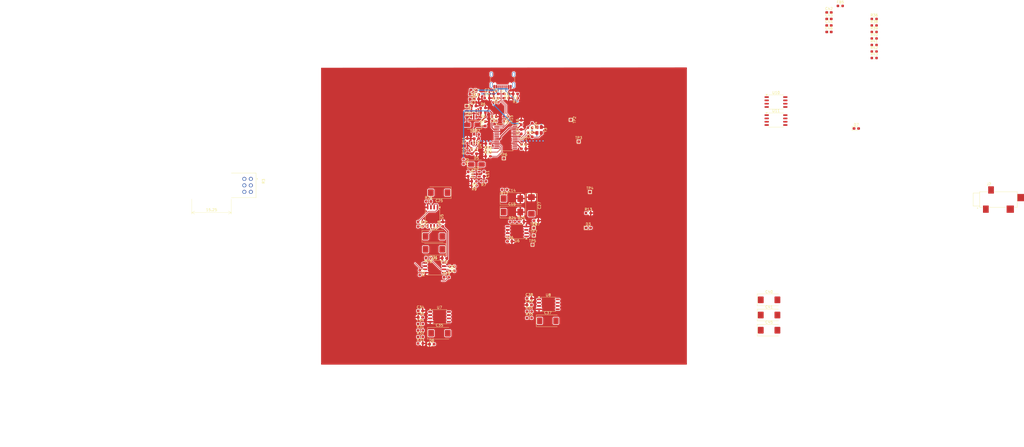
<source format=kicad_pcb>
(kicad_pcb (version 20241229) (generator "pcbnew") (generator_version "9.0")
  (layers (0 "F.Cu" signal) (4 "In1.Cu" signal) (6 "In2.Cu" signal) (2 "B.Cu" signal) (13 "F.Paste" user) (15 "B.Paste" user) (5 "F.SilkS" user "F.Silkscreen") (7 "B.SilkS" user "B.Silkscreen") (1 "F.Mask" user) (3 "B.Mask" user) (25 "Edge.Cuts" user))
  (net 0 "")
  (net 1 "Net-(D4-A)")
  (net 2 "+16V")
  (net 3 "Net-(D5-K)")
  (net 4 "+3.7V")
  (net 5 "Net-(U11A-+)")
  (net 6 "Net-(U7A-+)")
  (net 7 "Net-(C41-Pad2)")
  (net 8 "Net-(C40-Pad2)")
  (net 9 "Net-(C31-Pad2)")
  (net 10 "Net-(C30-Pad2)")
  (net 11 "GND")
  (net 12 "/VOUTL")
  (net 13 "/VOUTR")
  (net 14 "Net-(U1-VINR)")
  (net 15 "Net-(J1-CC2)")
  (net 16 "Net-(U1-XTO)")
  (net 17 "Net-(J1-CC1)")
  (net 19 "Net-(U1-VCCP2I)")
  (net 20 "Net-(U1-D+)")
  (net 21 "VDDI")
  (net 22 "Net-(U1-VCCP1I)")
  (net 23 "Net-(U1-VINL)")
  (net 25 "Net-(U1-VCCXI)")
  (net 27 "Net-(U1-VBUS)")
  (net 28 "Net-(U1-VCOM)")
  (net 29 "Net-(U1-D-)")
  (net 30 "Net-(U1-XTI)")
  (net 31 "+5V")
  (net 32 "Net-(U2-FB)")
  (net 33 "Net-(U3-EN)")
  (net 34 "Net-(U3-ADJ)")
  (net 35 "+16VA")
  (net 36 "+15V")
  (net 37 "Net-(U4-ADJ)")
  (net 39 "/D+")
  (net 40 "/D-")
  (net 41 "Net-(C7-Pad1)")
  (net 42 "Net-(U5A-+)")
  (net 43 "+15VA")
  (net 44 "Net-(U5B-+)")
  (net 45 "Net-(U9B--)")
  (net 46 "Net-(D6-A2)")
  (net 47 "Net-(U8A-+)")
  (net 48 "Net-(U8B-+)")
  (net 49 "Net-(U10B--)")
  (net 50 "Net-(D7-A2)")
  (net 51 "Net-(F1-Pad1)")
  (net 52 "Net-(C35-Pad2)")
  (net 53 "Net-(C45-Pad2)")
  (net 60 "Net-(D3-K)")
  (net 61 "VBL")
  (net 62 "VREF")
  (net 63 "Net-(U5A--)")
  (net 64 "Net-(U9A-+)")
  (net 65 "Net-(U9A--)")
  (net 66 "Net-(U9B-+)")
  (net 67 "Net-(C35-Pad1)")
  (net 68 "Net-(U7A--)")
  (net 69 "Net-(U7B-+)")
  (net 70 "Net-(U8A--)")
  (net 71 "Net-(U10A-+)")
  (net 72 "Net-(U10A--)")
  (net 73 "Net-(U10B-+)")
  (net 74 "Net-(C45-Pad1)")
  (net 75 "Net-(U11A--)")
  (net 76 "Net-(U11B--)")
  (net 79 "Net-(U5B--)")
  (net 80 "Net-(U8B--)")
  (net 81 "VBR")
  (footprint "Resistor_SMD:R_0603_1608Metric_Pad0.98x0.95mm_HandSolder" (layer "F.Cu") (at 127.381 82.677)
    (property "Reference" "R20")
    (property "Value" "1.5k")
  )
  (footprint "Capacitor_SMD:C_0603_1608Metric_Pad1.08x0.95mm_HandSolder" (layer "F.Cu") (at 114.427 125.984 90)
    (property "Reference" "C33")
    (property "Value" "30p")
  )
  (footprint "Capacitor_SMD:C_0603_1608Metric_Pad1.08x0.95mm_HandSolder" (layer "F.Cu") (at 258.6725 27.184)
    (property "Reference" "C42")
    (property "Value" "100n")
  )
  (footprint "Capacitor_SMD:C_0603_1608Metric_Pad1.08x0.95mm_HandSolder" (layer "F.Cu") (at 258.6725 32.204)
    (property "Reference" "C44")
    (property "Value" "100n")
  )
  (footprint "Resistor_SMD:R_0603_1608Metric_Pad0.98x0.95mm_HandSolder" (layer "F.Cu") (at 101.363 147.2445)
    (property "Reference" "FB4")
    (property "Value" "120R")
  )
  (footprint "Resistor_SMD:R_0603_1608Metric_Pad0.98x0.95mm_HandSolder" (layer "F.Cu") (at 119.441 80.536 90)
    (property "Reference" "R10")
    (property "Value" "240K")
  )
  (footprint "Capacitor_SMD:C_0603_1608Metric_Pad1.08x0.95mm_HandSolder" (layer "F.Cu") (at 110.617 121.92 180)
    (property "Reference" "C32")
    (property "Value" "100n")
  )
  (footprint "Capacitor_Tantalum_SMD:CP_EIA-7343-43_Kemet-X_HandSolder" (layer "F.Cu") (at 144.1125 101.6 -90)
    (property "Reference" "C27")
    (property "Value" "100u")
  )
  (footprint "Crystal:Crystal_SMD_3225-4Pin_3.2x2.5mm" (layer "F.Cu") (at 147.066 72.517 -90)
    (property "Reference" "Y3")
    (property "Value" "12 MHz Crystal")
  )
  (footprint "TestPoint:TestPoint_Pad_1.0x1.0mm" (layer "F.Cu") (at 145.0025 110.236)
    (property "Reference" "TP8")
    (property "Value" "VBR")
  )
  (footprint "Capacitor_SMD:C_0603_1608Metric_Pad1.08x0.95mm_HandSolder" (layer "F.Cu") (at 122.936 60.579)
    (property "Reference" "C8")
    (property "Value" "1u")
  )
  (footprint "Resistor_SMD:R_0603_1608Metric_Pad0.98x0.95mm_HandSolder" (layer "F.Cu") (at 140.3035 107.823)
    (property "Reference" "R25")
    (property "Value" "22K")
  )
  (footprint "Resistor_SMD:R_0603_1608Metric_Pad0.98x0.95mm_HandSolder" (layer "F.Cu") (at 276.0725 39.734)
    (property "Reference" "R41")
    (property "Value" "1")
  )
  (footprint "Capacitor_SMD:C_0603_1608Metric_Pad1.08x0.95mm_HandSolder" (layer "F.Cu") (at 127.006822 58.562)
    (property "Reference" "C2")
    (property "Value" "30p")
  )
  (footprint "Capacitor_SMD:C_0603_1608Metric_Pad1.08x0.95mm_HandSolder" (layer "F.Cu") (at 141.097 79.756)
    (property "Reference" "C20")
    (property "Value" "1u")
  )
  (footprint "Capacitor_Tantalum_SMD:CP_EIA-7343-43_Kemet-X_HandSolder" (layer "F.Cu") (at 106.553 113.5115)
    (property "Reference" "C30")
    (property "Value" "100u")
  )
  (footprint "Resistor_SMD:R_0603_1608Metric_Pad0.98x0.95mm_HandSolder" (layer "F.Cu") (at 130.4055 61.849)
    (property "Reference" "R16")
    (property "Value" "1.5K")
  )
  (footprint "Imported_footprints:SJ-3524-SMT" (layer "F.Cu") (at 320.167 99.314)
    (property "Reference" "J2")
    (property "Value" "SJ-3524-SMT")
  )
  (footprint "Package_TO_SOT_SMD:SOT-23-5" (layer "F.Cu") (at 122.047 78.74 -90)
    (property "Reference" "U4")
    (property "Value" "SPX3819M5-L")
  )
  (footprint "Resistor_SMD:R_0603_1608Metric_Pad0.98x0.95mm_HandSolder" (layer "F.Cu") (at 276.0725 37.224)
    (property "Reference" "R40")
    (property "Value" "5.1K")
  )
  (footprint "Capacitor_SMD:C_0603_1608Metric_Pad1.08x0.95mm_HandSolder" (layer "F.Cu") (at 130.556 68.199 90)
    (property "Reference" "C17")
    (property "Value" "1u")
  )
  (footprint "Package_SO:SOIC-8_5.3x5.3mm_P1.27mm" (layer "F.Cu") (at 138.557 111.633 180)
    (property "Reference" "U6")
    (property "Value" "NE5532")
  )
  (footprint "Capacitor_SMD:C_0603_1608Metric_Pad1.08x0.95mm_HandSolder" (layer "F.Cu") (at 135.7315 115.443)
    (property "Reference" "C26")
    (property "Value" "100n")
  )
  (footprint "TestPoint:TestPoint_Pad_1.0x1.0mm" (layer "F.Cu") (at 145.0025 113.157)
    (property "Reference" "TP7")
    (property "Value" "VBL")
  )
  (footprint "Capacitor_SMD:C_0603_1608Metric_Pad1.08x0.95mm_HandSolder" (layer "F.Cu") (at 145.923 107.442 180)
    (property "Reference" "C47")
    (property "Value" "100n")
  )
  (footprint "TestPoint:TestPoint_Pad_1.0x1.0mm" (layer "F.Cu") (at 162.306 76.962)
    (property "Reference" "TP3")
    (property "Value" "+3.7V")
  )
  (footprint "Capacitor_SMD:C_0603_1608Metric_Pad1.08x0.95mm_HandSolder" (layer "F.Cu") (at 137.928822 58.562 180)
    (property "Reference" "C3")
    (property "Value" "30p")
  )
  (footprint "Inductor_SMD:L_0805_2012Metric_Pad1.05x1.20mm_HandSolder" (layer "F.Cu") (at 119.253 66.294 -90)
    (property "Reference" "L1")
    (property "Value" "10u")
  )
  (footprint "Resistor_SMD:R_0603_1608Metric_Pad0.98x0.95mm_HandSolder" (layer "F.Cu") (at 128.905 68.199 -90)
    (property "Reference" "R17")
    (property "Value" "1")
  )
  (footprint "Resistor_SMD:R_0603_1608Metric_Pad0.98x0.95mm_HandSolder" (layer "F.Cu") (at 104.394 121.793 180)
    (property "Reference" "R28")
    (property "Value" "1.5K")
  )
  (footprint "LED_SMD:LED_0603_1608Metric_Pad1.05x0.95mm_HandSolder" (layer "F.Cu") (at 166.003 110.228)
    (property "Reference" "D3")
    (property "Value" "LED")
  )
  (footprint "TestPoint:TestPoint_Pad_1.0x1.0mm" (layer "F.Cu") (at 144.526 116.713)
    (property "Reference" "TP5")
    (property "Value" "VREF")
  )
  (footprint "Resistor_SMD:R_0603_1608Metric_Pad0.98x0.95mm_HandSolder" (layer "F.Cu") (at 263.0225 24.674)
    (property "Reference" "FB5")
    (property "Value" "120R")
  )
  (footprint "Capacitor_SMD:C_0603_1608Metric_Pad1.08x0.95mm_HandSolder" (layer "F.Cu") (at 140.208 73.152 90)
    (property "Reference" "C22")
    (property "Value" "1u")
  )
  (footprint "Capacitor_Tantalum_SMD:CP_EIA-7343-43_Kemet-X_HandSolder" (layer "F.Cu") (at 235.607 149.67)
    (property "Reference" "C45")
    (property "Value" "1000u")
  )
  (footprint "Resistor_SMD:R_0603_1608Metric_Pad0.98x0.95mm_HandSolder" (layer "F.Cu") (at 122.936 74.168)
    (property "Reference" "FB2")
    (property "Value" "120R")
  )
  (footprint "Capacitor_SMD:C_0603_1608Metric_Pad1.08x0.95mm_HandSolder" (layer "F.Cu") (at 141.097 77.978)
    (property "Reference" "C21")
    (property "Value" "1u")
  )
  (footprint "Resistor_SMD:R_0603_1608Metric_Pad0.98x0.95mm_HandSolder" (layer "F.Cu") (at 127.381 81.026)
    (property "Reference" "R21")
    (property "Value" "1.5k")
  )
  (footprint "Package_TO_SOT_SMD:SOT-23-5" (layer "F.Cu") (at 121.92 66.294 90)
    (property "Reference" "U2")
    (property "Value" "TPS61040DBV")
  )
  (footprint "Resistor_SMD:R_0603_1608Metric_Pad0.98x0.95mm_HandSolder" (layer "F.Cu") (at 166.0125 104.513)
    (property "Reference" "R13")
    (property "Value" "1.5K")
  )
  (footprint "Capacitor_SMD:C_0603_1608Metric_Pad1.08x0.95mm_HandSolder" (layer "F.Cu") (at 125.8515 89.474 -90)
    (property "Reference" "C11")
    (property "Value" "10u")
  )
  (footprint "Capacitor_SMD:C_0603_1608Metric_Pad1.08x0.95mm_HandSolder" (layer "F.Cu") (at 140.208 69.596 90)
    (property "Reference" "C16")
    (property "Value" "1u")
  )
  (footprint "Capacitor_SMD:C_0603_1608Metric_Pad1.08x0.95mm_HandSolder" (layer "F.Cu") (at 143.273 139.94)
    (property "Reference" "C39")
    (property "Value" "2.2n")
  )
  (footprint "Resistor_SMD:R_0603_1608Metric_Pad0.98x0.95mm_HandSolder" (layer "F.Cu") (at 125.7245 92.268 180)
    (property "Reference" "R7")
    (property "Value" "22K")
  )
  (footprint "Resistor_SMD:R_0603_1608Metric_Pad0.98x0.95mm_HandSolder" (layer "F.Cu") (at 101.363 152.2645)
    (property "Reference" "R32")
    (property "Value" "1")
  )
  (footprint "Resistor_SMD:R_0603_1608Metric_Pad0.98x0.95mm_HandSolder" (layer "F.Cu") (at 276.0725 42.244)
    (property "Reference" "R42")
    (property "Value" "1")
  )
  (footprint "Diode_SMD:D_0603_1608Metric_Pad1.05x0.95mm_HandSolder" (layer "F.Cu") (at 134.499822 58.562 180)
    (property "Reference" "D2")
    (property "Value" "0603ESDA-18N")
  )
  (footprint "Package_SO:SOIC-8_5.3x5.3mm_P1.27mm" (layer "F.Cu") (at 150.623 139.705)
    (property "Reference" "U8")
    (property "Value" "NE5532")
  )
  (footprint "Package_SO:SOIC-8_5.3x5.3mm_P1.27mm" (layer "F.Cu") (at 106.045 105.8915 -90)
    (property "Reference" "U5")
    (property "Value" "NE5532")
  )
  (footprint "Resistor_SMD:R_0603_1608Metric_Pad0.98x0.95mm_HandSolder" (layer "F.Cu") (at 119.441 76.7025 90)
    (property "Reference" "R11")
    (property "Value" "22K")
  )
  (footprint "Resistor_SMD:R_0603_1608Metric_Pad0.98x0.95mm_HandSolder" (layer "F.Cu") (at 100.457 108.8125 -90)
    (property "Reference" "R26")
    (property "Value" "1.5K")
  )
  (footprint "Diode_SMD:D_0603_1608Metric_Pad1.05x0.95mm_HandSolder" (layer "F.Cu") (at 105.758 155.0645)
    (property "Reference" "D6")
    (property "Value" "D_TVS")
  )
  (footprint "Resistor_SMD:R_0603_1608Metric_Pad0.98x0.95mm_HandSolder" (layer "F.Cu") (at 104.521 100.0495)
    (property "Reference" "R23")
    (property "Value" "22K")
  )
  (footprint "Capacitor_SMD:C_0603_1608Metric_Pad1.08x0.95mm_HandSolder" (layer "F.Cu") (at 127.381 77.724 180)
    (property "Reference" "C18")
    (property "Value" "1u")
  )
  (footprint "Resistor_SMD:R_0603_1608Metric_Pad0.98x0.95mm_HandSolder" (layer "F.Cu") (at 137.928822 60.213 180)
    (property "Reference" "R1")
    (property "Value" "5.1K")
  )
  (footprint "Capacitor_Tantalum_SMD:CP_EIA-7343-43_Kemet-X_HandSolder" (layer "F.Cu") (at 108.585 96.647 180)
    (property "Reference" "C25")
    (property "Value" "100u")
  )
  (footprint "Capacitor_SMD:C_0603_1608Metric_Pad1.08x0.95mm_HandSolder" (layer "F.Cu") (at 126.365 70.104 90)
    (property "Reference" "C9")
    (property "Value" "10u")
  )
  (footprint "Resistor_SMD:R_0603_1608Metric_Pad0.98x0.95mm_HandSolder" (layer "F.Cu") (at 135.001 68.199 -90)
    (property "Reference" "R15")
    (property "Value" "22")
  )
  (footprint "Diode_SMD:D_0603_1608Metric_Pad1.05x0.95mm_HandSolder" (layer "F.Cu") (at 269.1975 71.924)
    (property "Reference" "D7")
    (property "Value" "D_TVS")
  )
  (footprint "Diode_SMD:D_SMA" (layer "F.Cu") (at 122.9305 85.786)
    (property "Reference" "D5")
    (property "Value" "SS14")
  )
  (footprint "Capacitor_Tantalum_SMD:CP_EIA-7343-43_Kemet-X_HandSolder" (layer "F.Cu") (at 235.607 137.97)
    (property "Reference" "C40")
    (property "Value" "100u")
  )
  (footprint "Resistor_SMD:R_0603_1608Metric_Pad0.98x0.95mm_HandSolder" (layer "F.Cu") (at 101.092 127.508 -90)
    (property "Reference" "R27")
    (property "Value" "1.5K")
  )
  (footprint "Capacitor_SMD:C_0603_1608Metric_Pad1.08x0.95mm_HandSolder" (layer "F.Cu") (at 122.108 81.6555)
    (property "Reference" "C13")
    (property "Value" "10u")
  )
  (footprint "Connector_USB:USB_C_Receptacle_GCT_USB4105-xx-A_16P_TopMnt_Horizontal" (layer "F.Cu") (at 132.975822 52.085 180)
    (property "Reference" "J1")
    (property "Value" "USB_C_Receptacle")
  )
  (footprint "Capacitor_SMD:C_0603_1608Metric_Pad1.08x0.95mm_HandSolder" (layer "F.Cu") (at 121.92 63.246)
    (property "Reference" "C1")
    (property "Value" "10u")
  )
  (footprint "Resistor_SMD:R_0603_1608Metric_Pad0.98x0.95mm_HandSolder" (layer "F.Cu") (at 122.0415 93.919 180)
    (property "Reference" "R9")
    (property "Value" "22K")
  )
  (footprint "Package_SO:SOIC-8_5.3x5.3mm_P1.27mm" (layer "F.Cu") (at 108.713 144.4995)
    (property "Reference" "U7")
    (property "Value" "NE5532")
  )
  (footprint "Capacitor_SMD:C_0603_1608Metric_Pad1.08x0.95mm_HandSolder" (layer "F.Cu") (at 125.476 67.437 180)
    (property "Reference" "C6")
    (property "Value" "30p")
  )
  (footprint "Capacitor_SMD:C_0603_1608Metric_Pad1.08x0.95mm_HandSolder" (layer "F.Cu") (at 143.273 137.43)
    (property "Reference" "C38")
    (property "Value" "100n")
  )
  (footprint "Package_SO:SOIC-8_5.3x5.3mm_P1.27mm" (layer "F.Cu") (at 106.807 125.603)
    (property "Reference" "U9")
    (property "Value" "NE5532")
  )
  (footprint "Diode_SMD:D_SMA" (layer "F.Cu") (at 121.412 70.485 180)
    (property "Reference" "D4")
    (property "Value" "SS14")
  )
  (footprint "Capacitor_Tantalum_SMD:CP_EIA-7343-15_Kemet-W" (layer "F.Cu") (at 150.423 146.05)
    (property "Reference" "C37")
    (property "Value" "100u")
  )
  (footprint "Resistor_SMD:R_0603_1608Metric_Pad0.98x0.95mm_HandSolder" (layer "F.Cu") (at 101.363 149.7545)
    (property "Reference" "R31")
    (property "Value" "1")
  )
  (footprint "Package_SO:SOIC-8_5.3x5.3mm_P1.27mm" (layer "F.Cu") (at 238.2725 61.724)
    (property "Reference" "U10")
    (property "Value" "NE5532")
  )
  (footprint "Resistor_SMD:R_0603_1608Metric_Pad0.98x0.95mm_HandSolder" (layer "F.Cu") (at 276.0725 29.694)
    (property "Reference" "R36")
    (property "Value" "1.5K")
  )
  (footprint "Diode_SMD:D_0603_1608Metric_Pad1.05x0.95mm_HandSolder" (layer "F.Cu") (at 130.435822 58.562)
    (property "Reference" "D1")
    (property "Value" "D_TVS")
  )
  (footprint "Capacitor_SMD:C_0603_1608Metric_Pad1.08x0.95mm_HandSolder" (layer "F.Cu") (at 144.399 70.739 -90)
    (property "Reference" "C24")
    (property "Value" "30p")
  )
  (footprint "Package_SO:SOIC-8_5.3x5.3mm_P1.27mm" (layer "F.Cu") (at 238.2725 68.679)
    (property "Reference" "U11")
    (property "Value" "NE5532")
  )
  (footprint "Capacitor_SMD:C_0603_1608Metric_Pad1.08x0.95mm_HandSolder" (layer "F.Cu") (at 102.108 108.8125 -90)
    (property "Reference" "C29")
    (property "Value" "2.2n")
  )
  (footprint "Capacitor_SMD:C_0603_1608Metric_Pad1.08x0.95mm_HandSolder" (layer "F.Cu") (at 144.399 74.295 90)
    (property "Reference" "C23")
    (property "Value" "30p")
  )
  (footprint "Resistor_SMD:R_0603_1608Metric_Pad0.98x0.95mm_HandSolder" (layer "F.Cu") (at 125.476 64.008)
    (property "Reference" "R6")
    (property "Value" "84.5K")
  )
  (footprint "Resistor_SMD:R_0603_1608Metric_Pad0.98x0.95mm_HandSolder" (layer "F.Cu") (at 127.006822 60.213)
    (property "Reference" "R2")
    (property "Value" "5.1K")
  )
  (footprint "TestPoint:TestPoint_Pad_1.0x1.0mm" (layer "F.Cu") (at 159.258 68.58 -90)
    (property "Reference" "TP2")
    (property "Value" "+16V")
  )
  (footprint "Capacitor_Tantalum_SMD:CP_EIA-7343-43_Kemet-X_HandSolder" (layer "F.Cu") (at 108.688 150.8445)
    (property "Reference" "C35")
    (property "Value" "1000u")
  )
  (footprint "Capacitor_SMD:C_0603_1608Metric_Pad1.08x0.95mm_HandSolder" (layer "F.Cu") (at 119.7555 89.474 -90)
    (property "Reference" "C10")
    (property "Value" "10u")
  )
  (footprint "Package_TO_SOT_SMD:SOT-23-5" (layer "F.Cu") (at 122.809 89.535)
    (property "Reference" "U3")
    (property "Value" "SPX3819M5-L")
  )
  (footprint "Capacitor_SMD:C_0603_1608Metric_Pad1.08x0.95mm_HandSolder" (layer "F.Cu") (at 101.363 144.7345)
    (property "Reference" "C36")
    (property "Value" "30p")
  )
  (footprint "Resistor_SMD:R_0603_1608Metric_Pad0.98x0.95mm_HandSolder" (layer "F.Cu") (at 111.379 129.286)
    (property "Reference" "R29")
    (property "Value" "22K")
  )
  (footprint "TestPoint:TestPoint_Pad_1.0x1.0mm" (layer "F.Cu") (at 133.477 83.439)
    (property "Reference" "TP6")
    (property "Value" "U1_VCCI")
  )
  (footprint "Capacitor_SMD:C_0603_1608Metric_Pad1.08x0.95mm_HandSolder" (layer "F.Cu") (at 101.363 142.2245)
    (property "Reference" "C34")
    (property "Value" "100n")
  )
  (footprint "Capacitor_SMD:C_0603_1608Metric_Pad1.08x0.95mm_HandSolder" (layer "F.Cu") (at 134.499822 60.213)
    (property "Reference" "C5")
    (property "Value" "30p")
  )
  (footprint "Capacitor_SMD:C_0603_1608Metric_Pad1.08x0.95mm_HandSolder" (layer "F.Cu") (at 109.982 108.8125 90)
    (property "Reference" "C28")
    (property "Value" "100n")
  )
  (footprint "Resistor_SMD:R_0603_1608Metric_Pad0.98x0.95mm_HandSolder" (layer "F.Cu") (at 120.396 59.69 -90)
    (property "Reference" "FB1")
    (property "Value" "120R")
  )
  (footprint "Resistor_SMD:R_0603_1608Metric_Pad0.98x0.95mm_HandSolder" (layer "F.Cu") (at 112.649 125.984 -90)
    (property "Reference" "R30")
    (property "Value" "5.1K")
  )
  (footprint "Resistor_SMD:R_0603_1608Metric_Pad0.98x0.95mm_HandSolder" (layer "F.Cu") (at 133.731 95.504 180)
    (property "Reference" "R12")
    (property "Value" "20")
  )
  (footprint "PTN092-H20115K1A:TRIM_PTN092-H20115K1A" (layer "F.Cu") (at 33.5725 93.84775 -90)
    (property "Reference" "R3")
    (property "Value" "PTN092-H20115K1A")
  )
  (footprint "Resistor_SMD:R_0603_1608Metric_Pad0.98x0.95mm_HandSolder" (layer "F.Cu") (at 101.363 154.7745)
    (property "Reference" "R33")
    (property "Value" "1.5K")
  )
  (footprint "Package_SO:SSOP-28_5.3x10.2mm_P0.65mm" (layer "F.Cu") (at 134.239 75.311)
    (property "Reference" "U1")
    (property "Value" "PCM2900C")
  )
  (footprint "Resistor_SMD:R_0603_1608Metric_Pad0.98x0.95mm_HandSolder" (layer "F.Cu") (at 143.273 144.96)
    (property "Reference" "R35")
    (property "Value" "1.5K")
  )
  (footprint "Resistor_SMD:R_0603_1608Metric_Pad0.98x0.95mm_HandSolder" (layer "F.Cu") (at 136.7475 107.823)
    (property "Reference" "R24")
    (property "Value" "22K")
  )
  (footprint "Resistor_SMD:R_0603_1608Metric_Pad0.98x0.95mm_HandSolder" (layer "F.Cu") (at 276.0725 34.714)
    (property "Reference" "R39")
    (property "Value" "22K")
  )
  (footprint "Capacitor_SMD:C_0603_1608Metric_Pad1.08x0.95mm_HandSolder" (layer "F.Cu") (at 122.936 58.801)
    (property "Reference" "C7")
    (property "Value" "1u")
  )
  (footprint "Resistor_SMD:R_0603_1608Metric_Pad0.98x0.95mm_HandSolder" (layer "F.Cu") (at 143.273 142.45)
    (property "Reference" "R34")
    (property "Value" "22K")
  )
  (footprint "Capacitor_SMD:C_0603_1608Metric_Pad1.08x0.95mm_HandSolder" (layer "F.Cu") (at 127.381 79.154 180)
    (property "Reference" "C19")
    (property "Value" "10u")
  )
  (footprint "Capacitor_SMD:C_0603_1608Metric_Pad1.08x0.95mm_HandSolder" (layer "F.Cu") (at 258.6725 29.694)
    (property "Reference" "C43")
    (property "Value" "30p")
  )
  (footprint "Resistor_SMD:R_0603_1608Metric_Pad0.98x0.95mm_HandSolder" (layer "F.Cu") (at 276.0725 32.204)
    (property "Reference" "R38")
    (property "Value" "1.5K")
  )
  (footprint "Resistor_SMD:R_0603_1608Metric_Pad0.98x0.95mm_HandSolder" (layer "F.Cu") (at 117.983 84.709 -90)
    (property "Reference" "FB3")
    (property "Value" "120R")
  )
  (footprint "Capacitor_Tantalum_SMD:CP_EIA-7343-43_Kemet-X_HandSolder" (layer "F.Cu") (at 106.553 118.491 180)
    (property "Reference" "C31")
    (property "Value" "100u")
  )
  (footprint "Capacitor_SMD:C_0603_1608Metric_Pad1.08x0.95mm_HandSolder" (layer "F.Cu") (at 130.435822 60.213 180)
    (property "Reference" "C4")
    (property "Value" "30p")
  )
  (footprint "Resistor_SMD:R_0603_1608Metric_Pad0.98x0.95mm_HandSolder" (layer "F.Cu") (at 122.0415 92.268 180)
    (property "Reference" "R8")
    (property "Value" "22K")
  )
  (footprint "Capacitor_Tantalum_SMD:CP_EIA-7343-43_Kemet-X_HandSolder" (layer "F.Cu") (at 136.6195 104.14)
    (property "Reference" "C15")
    (property "Value" "1000u")
  )
  (footprint "Fuse:Fuse_0603_1608Metric_Pad1.05x0.95mm_HandSolder" (layer "F.Cu") (at 121.666 57.023 180)
    (property "Reference" "F1")
    (property "Value" "Polyfuse - 750mA")
  )
  (footprint "Resistor_SMD:R_0603_1608Metric_Pad0.98x0.95mm_HandSolder" (layer "F.Cu") (at 133.477 68.199 -90)
    (property "Reference" "R14")
    (property "Value" "22")
  )
  (footprint "Resistor_SMD:R_0603_1608Metric_Pad0.98x0.95mm_HandSolder" (layer "F.Cu") (at 276.0725 44.754)
    (property "Reference" "R43")
    (property "Value" "1.5K")
  )
  (footprint "Capacitor_SMD:C_0603_1608Metric_Pad1.08x0.95mm_HandSolder" (layer "F.Cu") (at 258.6725 34.714)
    (property "Reference" "C46")
    (property "Value" "30p")
  )
  (footprint "TestPoint:TestPoint_Pad_1.0x1.0mm" (layer "F.Cu") (at 119.126 63.246 -90)
    (property "Reference" "TP1")
    (property "Value" "+5V")
  )
  (footprint "Resistor_SMD:R_0603_1608Metric_Pad0.98x0.95mm_HandSolder" (layer "F.Cu") (at 142.748 72.517 -90)
    (property "Reference" "R22")
    (property "Value" "1M")
  )
  (footprint "TestPoint:TestPoint_Pad_1.0x1.0mm" (layer "F.Cu") (at 166.624 96.393)
    (property "Reference" "TP4")
    (property "Value" "+15VA")
  )
  (footprint "Resistor_SMD:R_0603_1608Metric_Pad0.98x0.95mm_HandSolder" (layer "F.Cu") (at 125.476 65.786 180)
    (property "Reference" "R5")
    (property "Value" "1M")
  )
  (footprint "Capacitor_SMD:C_0603_1608Metric_Pad1.08x0.95mm_HandSolder" (layer "F.Cu") (at 122.936 75.8245 180)
    (property "Reference" "C12")
    (property "Value" "10u")
  )
  (footprint "Capacitor_Tantalum_SMD:CP_EIA-7343-43_Kemet-X_HandSolder" (layer "F.Cu") (at 136.6195 98.933)
    (property "Reference" "C14")
    (property "Value" "1000u")
  )
  (footprint "Capacitor_Tantalum_SMD:CP_EIA-7343-43_Kemet-X_HandSolder" (layer "F.Cu") (at 235.607 143.82)
    (property "Reference" "C41")
    (property "Value" "100u")
  )
  (segment (start 119.253 67.444) (end 119.253 70.326) (width 0.5) (layer "F.Cu") (net 1))
  (segment (start 119.253 67.444) (end 120.9575 67.444) (width 0.5) (layer "F.Cu") (net 1))
  (segment (start 119.253 70.326) (end 119.412 70.485) (width 0.5) (layer "F.Cu") (net 1))
  (segment (start 120.9575 67.444) (end 120.97 67.4315) (width 0.5) (layer "F.Cu") (net 1))
  (segment (start 126.3385 67.437) (end 126.3385 67.5585) (width 0.5) (layer "F.Cu") (net 2))
  (segment (start 123.92 70.993) (end 126.3385 70.993) (width 0.5) (layer "F.Cu") (net 2))
  (segment (start 122.047 71.85) (end 122.047 74.1445) (width 0.5) (layer "F.Cu") (net 2))
  (segment (start 123.412 70.485) (end 122.047 71.85) (width 0.5) (layer "F.Cu") (net 2))
  (segment (start 126.3385 67.5585) (end 123.412 70.485) (width 0.5) (layer "F.Cu") (net 2))
  (segment (start 126.3385 70.993) (end 126.365 70.9665) (width 0.5) (layer "F.Cu") (net 2))
  (segment (start 126.3885 67.387) (end 126.3385 67.437) (width 0.5) (layer "F.Cu") (net 2))
  (segment (start 122.047 74.1445) (end 122.0235 74.168) (width 0.5) (layer "F.Cu") (net 2))
  (segment (start 126.3885 65.786) (end 126.3885 67.387) (width 0.5) (layer "F.Cu") (net 2))
  (segment (start 123.412 70.485) (end 123.92 70.993) (width 0.5) (layer "F.Cu") (net 2))
  (segment (start 129.0315 76.936) (end 130.739 76.936) (width 0.25) (layer "F.Cu") (net 3))
  (segment (start 128.2435 77.724) (end 129.0315 76.936) (width 0.25) (layer "F.Cu") (net 3))
  (segment (start 114.427 125.1215) (end 112.699 125.1215) (width 0.25) (layer "F.Cu") (net 6))
  (segment (start 110.498 125.0715) (end 110.3945 124.968) (width 0.25) (layer "F.Cu") (net 6))
  (segment (start 112.649 125.0715) (end 110.498 125.0715) (width 0.25) (layer "F.Cu") (net 6))
  (segment (start 112.699 125.1215) (end 112.649 125.0715) (width 0.25) (layer "F.Cu") (net 6))
  (segment (start 146.216 73.617) (end 146.216 74.6105) (width 0.4) (layer "F.Cu") (net 11))
  (segment (start 147.916 71.417) (end 147.916 70.3705) (width 0.4) (layer "F.Cu") (net 11))
  (segment (start 146.216 74.6105) (end 146.177 74.6495) (width 0.4) (layer "F.Cu") (net 11))
  (segment (start 147.916 70.3705) (end 147.955 70.3315) (width 0.4) (layer "F.Cu") (net 11))
  (via (at 124.714 76.708) (size 0.6) (drill 0.3) (layers "F.Cu" "B.Cu") (net 11))
  (via (at 142.24 76.708) (size 0.6) (drill 0.3) (layers "F.Cu" "B.Cu") (net 11))
  (via (at 128.27 76.708) (size 0.6) (drill 0.3) (layers "F.Cu" "B.Cu") (net 11))
  (via (at 143.51 76.708) (size 0.6) (drill 0.3) (layers "F.Cu" "B.Cu") (net 11))
  (via (at 127 76.708) (size 0.6) (drill 0.3) (layers "F.Cu" "B.Cu") (net 11))
  (via (at 144.399 72.517) (size 0.6) (drill 0.3) (layers "F.Cu" "B.Cu") (net 11))
  (via (at 140.97 76.708) (size 0.6) (drill 0.3) (layers "F.Cu" "B.Cu") (net 11))
  (via (at 147.32 76.708) (size 0.6) (drill 0.3) (layers "F.Cu" "B.Cu") (net 11))
  (via (at 147.955 70.3315) (size 0.6) (drill 0.3) (layers "F.Cu" "B.Cu") (net 11))
  (via (at 146.177 74.6495) (size 0.6) (drill 0.3) (layers "F.Cu" "B.Cu") (net 11))
  (via (at 144.78 76.708) (size 0.6) (drill 0.3) (layers "F.Cu" "B.Cu") (net 11))
  (via (at 125.73 76.708) (size 0.6) (drill 0.3) (layers "F.Cu" "B.Cu") (net 11))
  (via (at 146.05 76.708) (size 0.6) (drill 0.3) (layers "F.Cu" "B.Cu") (net 11))
  (via (at 148.59 76.708) (size 0.6) (drill 0.3) (layers "F.Cu" "B.Cu") (net 11))
  (segment (start 132.08 80.01) (end 132.08 79.121) (width 0.25) (layer "F.Cu") (net 14))
  (segment (start 131.064 81.026) (end 132.08 80.01) (width 0.25) (layer "F.Cu") (net 14))
  (segment (start 131.845 78.886) (end 130.739 78.886) (width 0.25) (layer "F.Cu") (net 14))
  (segment (start 128.2935 81.026) (end 131.064 81.026) (width 0.25) (layer "F.Cu") (net 14))
  (segment (start 132.08 79.121) (end 131.845 78.886) (width 0.25) (layer "F.Cu") (net 14))
  (segment (start 126.129322 58.547) (end 126.144322 58.562) (width 0.25) (layer "F.Cu") (net 15))
  (segment (start 126.144322 58.562) (end 126.144322 60.163) (width 0.25) (layer "F.Cu") (net 15))
  (segment (start 126.144322 60.163) (end 126.094322 60.213) (width 0.25) (layer "F.Cu") (net 15))
  (segment (start 125.095 58.547) (end 126.129322 58.547) (width 0.25) (layer "F.Cu") (net 15))
  (segment (start 131.225822 55.765) (end 131.225822 57.311822) (width 0.25) (layer "F.Cu") (net 15))
  (segment (start 131.225822 57.311822) (end 131.318 57.404) (width 0.25) (layer "F.Cu") (net 15))
  (via (at 125.095 58.547) (size 0.6) (drill 0.3) (layers "F.Cu" "B.Cu") (net 15))
  (via (at 131.318 57.404) (size 0.6) (drill 0.3) (layers "F.Cu" "B.Cu") (net 15))
  (segment (start 130.175 58.547) (end 131.318 57.404) (width 0.25) (layer "B.Cu") (net 15))
  (segment (start 125.095 58.547) (end 130.175 58.547) (width 0.25) (layer "B.Cu") (net 15))
  (segment (start 147.916 74.317) (end 147.916 73.617) (width 0.25) (layer "F.Cu") (net 16))
  (segment (start 142.748 73.4295) (end 142.748 73.5065) (width 0.25) (layer "F.Cu") (net 16))
  (segment (start 142.748 73.914) (end 140.376 76.286) (width 0.25) (layer "F.Cu") (net 16))
  (segment (start 142.748 73.4295) (end 142.748 73.914) (width 0.25) (layer "F.Cu") (net 16))
  (segment (start 144.399 75.1575) (end 144.517 75.2755) (width 0.25) (layer "F.Cu") (net 16))
  (segment (start 144.517 75.2755) (end 146.9575 75.2755) (width 0.25) (layer "F.Cu") (net 16))
  (segment (start 146.9575 75.2755) (end 147.916 74.317) (width 0.25) (layer "F.Cu") (net 16))
  (segment (start 142.748 73.5065) (end 144.399 75.1575) (width 0.25) (layer "F.Cu") (net 16))
  (segment (start 140.376 76.286) (end 137.739 76.286) (width 0.25) (layer "F.Cu") (net 16))
  (segment (start 138.841322 58.612) (end 138.791322 58.562) (width 0.25) (layer "F.Cu") (net 17))
  (segment (start 138.811 61.468) (end 138.811 60.243322) (width 0.25) (layer "F.Cu") (net 17))
  (segment (start 138.841322 60.213) (end 138.841322 58.612) (width 0.25) (layer "F.Cu") (net 17))
  (segment (start 134.225822 57.378822) (end 134.239 57.392) (width 0.25) (layer "F.Cu") (net 17))
  (segment (start 138.811 60.243322) (end 138.841322 60.213) (width 0.25) (layer "F.Cu") (net 17))
  (segment (start 134.225822 55.765) (end 134.225822 57.378822) (width 0.25) (layer "F.Cu") (net 17))
  (via (at 134.239 57.392) (size 0.6) (drill 0.3) (layers "F.Cu" "B.Cu") (net 17))
  (via (at 138.811 61.468) (size 0.6) (drill 0.3) (layers "F.Cu" "B.Cu") (net 17))
  (segment (start 134.239 57.392) (end 138.315 61.468) (width 0.25) (layer "B.Cu") (net 17))
  (segment (start 138.315 61.468) (end 138.811 61.468) (width 0.25) (layer "B.Cu") (net 17))
  (segment (start 139.1925 76.936) (end 140.2345 77.978) (width 0.4) (layer "F.Cu") (net 19))
  (segment (start 137.739 76.936) (end 139.1925 76.936) (width 0.4) (layer "F.Cu") (net 19))
  (segment (start 133.13 71.086) (end 133.477 70.739) (width 0.25) (layer "F.Cu") (net 20))
  (segment (start 130.739 71.086) (end 133.13 71.086) (width 0.25) (layer "F.Cu") (net 20))
  (segment (start 133.477 70.739) (end 133.477 69.1115) (width 0.25) (layer "F.Cu") (net 20))
  (segment (start 138.938 69.977) (end 139.7265 69.977) (width 0.4) (layer "F.Cu") (net 21))
  (segment (start 131.74 76.286) (end 132.334 75.692) (width 0.4) (layer "F.Cu") (net 21))
  (segment (start 132.334 74.9935) (end 132.334 75.692) (width 0.4) (layer "F.Cu") (net 21))
  (segment (start 137.739 71.736) (end 138.9305 71.736) (width 0.4) (layer "F.Cu") (net 21))
  (segment (start 138.9305 71.736) (end 140.208 70.4585) (width 0.4) (layer "F.Cu") (net 21))
  (segment (start 129.493 62.691) (end 129.54 62.738) (width 0.4) (layer "F.Cu") (net 21))
  (segment (start 135.5915 71.736) (end 132.334 74.9935) (width 0.4) (layer "F.Cu") (net 21))
  (segment (start 130.739 76.286) (end 131.74 76.286) (width 0.4) (layer "F.Cu") (net 21))
  (segment (start 139.7265 69.977) (end 140.208 70.4585) (width 0.4) (layer "F.Cu") (net 21))
  (segment (start 129.493 61.849) (end 129.493 62.691) (width 0.4) (layer "F.Cu") (net 21))
  (segment (start 130.795 75.692) (end 130.739 75.636) (width 0.4) (layer "F.Cu") (net 21))
  (segment (start 137.739 71.736) (end 135.5915 71.736) (width 0.4) (layer "F.Cu") (net 21))
  (segment (start 132.334 75.692) (end 130.795 75.692) (width 0.4) (layer "F.Cu") (net 21))
  (via (at 138.938 69.977) (size 0.6) (drill 0.3) (layers "F.Cu" "B.Cu") (net 21))
  (via (at 129.54 62.738) (size 0.6) (drill 0.3) (layers "F.Cu" "B.Cu") (net 21))
  (segment (start 136.779 69.977) (end 138.938 69.977) (width 0.4) (layer "B.Cu") (net 21))
  (segment (start 129.54 62.738) (end 136.779 69.977) (width 0.4) (layer "B.Cu") (net 21))
  (segment (start 140.2345 79.756) (end 140.2345 79.720208) (width 0.4) (layer "F.Cu") (net 22))
  (segment (start 140.2345 79.720208) (end 138.750292 78.236) (width 0.4) (layer "F.Cu") (net 22))
  (segment (start 138.750292 78.236) (end 137.739 78.236) (width 0.4) (layer "F.Cu") (net 22))
  (segment (start 132.588 81.026) (end 132.588 78.74) (width 0.25) (layer "F.Cu") (net 23))
  (segment (start 132.588 78.74) (end 132.084 78.236) (width 0.25) (layer "F.Cu") (net 23))
  (segment (start 132.084 78.236) (end 130.739 78.236) (width 0.25) (layer "F.Cu") (net 23))
  (segment (start 130.937 82.677) (end 132.588 81.026) (width 0.25) (layer "F.Cu") (net 23))
  (segment (start 128.2935 82.677) (end 130.937 82.677) (width 0.25) (layer "F.Cu") (net 23))
  (segment (start 139.8865 74.336) (end 137.739 74.336) (width 0.25) (layer "F.Cu") (net 25))
  (segment (start 140.208 74.0145) (end 139.8865 74.336) (width 0.25) (layer "F.Cu") (net 25))
  (segment (start 128.905 71.563292) (end 128.905 69.1115) (width 0.4) (layer "F.Cu") (net 27))
  (segment (start 129.727708 72.386) (end 128.905 71.563292) (width 0.4) (layer "F.Cu") (net 27))
  (segment (start 128.905 69.1115) (end 130.506 69.1115) (width 0.4) (layer "F.Cu") (net 27))
  (segment (start 130.506 69.1115) (end 130.556 69.0615) (width 0.4) (layer "F.Cu") (net 27))
  (segment (start 130.739 72.386) (end 129.727708 72.386) (width 0.4) (layer "F.Cu") (net 27))
  (segment (start 128.6255 79.536) (end 128.2435 79.154) (width 0.25) (layer "F.Cu") (net 28))
  (segment (start 130.739 79.536) (end 128.6255 79.536) (width 0.25) (layer "F.Cu") (net 28))
  (segment (start 133.115 71.736) (end 130.739 71.736) (width 0.25) (layer "F.Cu") (net 29))
  (segment (start 133.314 71.537) (end 133.115 71.736) (width 0.25) (layer "F.Cu") (net 29))
  (segment (start 133.31681 71.537) (end 133.314 71.537) (width 0.25) (layer "F.Cu") (net 29))
  (segment (start 133.928 70.92581) (end 133.31681 71.537) (width 0.25) (layer "F.Cu") (net 29))
  (segment (start 133.928 70.923) (end 133.928 70.92581) (width 0.25) (layer "F.Cu") (net 29))
  (segment (start 135.001 69.1115) (end 135.001 69.85) (width 0.25) (layer "F.Cu") (net 29))
  (segment (start 135.001 69.85) (end 133.928 70.923) (width 0.25) (layer "F.Cu") (net 29))
  (segment (start 142.748 71.5275) (end 144.399 69.8765) (width 0.25) (layer "F.Cu") (net 30))
  (segment (start 142.748 71.6045) (end 141.732 72.6205) (width 0.25) (layer "F.Cu") (net 30))
  (segment (start 142.748 71.6045) (end 142.748 71.5275) (width 0.25) (layer "F.Cu") (net 30))
  (segment (start 144.399 69.8765) (end 144.6755 69.8765) (width 0.25) (layer "F.Cu") (net 30))
  (segment (start 144.6755 69.8765) (end 146.216 71.417) (width 0.25) (layer "F.Cu") (net 30))
  (segment (start 141.732 72.6205) (end 141.732 74.041) (width 0.25) (layer "F.Cu") (net 30))
  (segment (start 141.732 74.041) (end 140.137 75.636) (width 0.25) (layer "F.Cu") (net 30))
  (segment (start 140.137 75.636) (end 137.739 75.636) (width 0.25) (layer "F.Cu") (net 30))
  (segment (start 120.9575 65.144) (end 120.97 65.1565) (width 0.5) (layer "F.Cu") (net 31))
  (segment (start 120.97 65.1565) (end 122.87 65.1565) (width 0.5) (layer "F.Cu") (net 31))
  (segment (start 121.0575 63.246) (end 121.0575 65.069) (width 0.5) (layer "F.Cu") (net 31))
  (segment (start 122.05 60.6025) (end 122.0735 60.579) (width 0.4) (layer "F.Cu") (net 31))
  (segment (start 118.364 65.151) (end 119.246 65.151) (width 0.4) (layer "F.Cu") (net 31))
  (segment (start 120.396 60.6025) (end 122.05 60.6025) (width 0.4) (layer "F.Cu") (net 31))
  (segment (start 119.246 65.151) (end 119.253 65.144) (width 0.4) (layer "F.Cu") (net 31))
  (segment (start 128.905 67.2865) (end 128.905 66.04) (width 0.4) (layer "F.Cu") (net 31))
  (segment (start 128.905 66.04) (end 128.016 65.151) (width 0.4) (layer "F.Cu") (net 31))
  (segment (start 120.396 62.5845) (end 121.0575 63.246) (width 0.4) (layer "F.Cu") (net 31))
  (segment (start 120.396 60.6025) (end 120.396 62.5845) (width 0.4) (layer "F.Cu") (net 31))
  (segment (start 121.0575 63.246) (end 119.126 63.246) (width 0.5) (layer "F.Cu") (net 31))
  (segment (start 119.253 65.144) (end 120.9575 65.144) (width 0.5) (layer "F.Cu") (net 31))
  (segment (start 121.0575 65.069) (end 120.97 65.1565) (width 0.5) (layer "F.Cu") (net 31))
  (via (at 118.364 65.151) (size 0.6) (drill 0.3) (layers "F.Cu" "B.Cu") (net 31))
  (via (at 128.016 65.151) (size 0.6) (drill 0.3) (layers "F.Cu" "B.Cu") (net 31))
  (segment (start 118.364 65.151) (end 117.983 65.532) (width 0.4) (layer "B.Cu") (net 31))
  (segment (start 117.983 65.532) (end 117.983 82.931) (width 0.4) (layer "B.Cu") (net 31))
  (segment (start 128.016 65.151) (end 118.364 65.151) (width 0.4) (layer "B.Cu") (net 31))
  (segment (start 124.6135 67.437) (end 124.6135 64.058) (width 0.5) (layer "F.Cu") (net 32))
  (segment (start 124.6135 67.437) (end 124.6135 65.836) (width 0.5) (layer "F.Cu") (net 32))
  (segment (start 124.6135 64.058) (end 124.5635 64.008) (width 0.5) (layer "F.Cu") (net 32))
  (segment (start 124.608 67.4315) (end 124.6135 67.437) (width 0.5) (layer "F.Cu") (net 32))
  (segment (start 122.87 67.4315) (end 124.608 67.4315) (width 0.5) (layer "F.Cu") (net 32))
  (segment (start 124.6135 65.836) (end 124.5635 65.786) (width 0.5) (layer "F.Cu") (net 32))
  (segment (start 122.997 76.626) (end 123.7985 75.8245) (width 0.4) (layer "F.Cu") (net 35))
  (segment (start 121.695678 78.591) (end 122.670999 78.591) (width 0.25) (layer "F.Cu") (net 35))
  (segment (start 121.097 77.992322) (end 121.695678 78.591) (width 0.25) (layer "F.Cu") (net 35))
  (segment (start 123.8485 75.7745) (end 123.7985 75.8245) (width 0.4) (layer "F.Cu") (net 35))
  (segment (start 123.8485 74.168) (end 123.8485 75.7745) (width 0.4) (layer "F.Cu") (net 35))
  (segment (start 121.097 77.6025) (end 121.097 77.992322) (width 0.25) (layer "F.Cu") (net 35))
  (segment (start 122.670999 78.591) (end 122.997 78.264999) (width 0.25) (layer "F.Cu") (net 35))
  (segment (start 122.997 78.264999) (end 122.997 77.6025) (width 0.25) (layer "F.Cu") (net 35))
  (segment (start 122.997 77.6025) (end 122.997 76.626) (width 0.4) (layer "F.Cu") (net 35))
  (segment (start 122.997 79.8775) (end 122.997 79.904) (width 0.5) (layer "F.Cu") (net 36))
  (segment (start 122.997 79.904) (end 121.2455 81.6555) (width 0.5) (layer "F.Cu") (net 36))
  (segment (start 121.0385 81.4485) (end 121.2455 81.6555) (width 0.5) (layer "F.Cu") (net 36))
  (segment (start 119.441 81.4485) (end 121.0385 81.4485) (width 0.5) (layer "F.Cu") (net 36))
  (segment (start 119.441 77.615) (end 119.441 78.486) (width 0.5) (layer "F.Cu") (net 37))
  (segment (start 119.888 78.486) (end 119.441 78.486) (width 0.5) (layer "F.Cu") (net 37))
  (segment (start 121.097 79.695) (end 119.888 78.486) (width 0.5) (layer "F.Cu") (net 37))
  (segment (start 121.097 79.8775) (end 121.097 79.695) (width 0.5) (layer "F.Cu") (net 37))
  (segment (start 119.441 78.486) (end 119.441 79.6235) (width 0.5) (layer "F.Cu") (net 37))
  (segment (start 134.014 66.018249) (end 133.477 66.555249) (width 0.2) (layer "F.Cu") (net 39))
  (segment (start 131.298322 60.213) (end 132.138822 60.213) (width 0.25) (layer "F.Cu") (net 39))
  (segment (start 132.225822 55.765) (end 132.225822 56.627501) (width 0.2) (layer "F.Cu") (net 39))
  (segment (start 133.477 66.555249) (end 133.477 67.2865) (width 0.2) (layer "F.Cu") (net 39))
  (segment (start 132.138822 60.213) (end 132.250822 60.325) (width 0.25) (layer "F.Cu") (net 39))
  (segment (start 131.84498 61.32202) (end 132.250822 61.32202) (width 0.25) (layer "F.Cu") (net 39))
  (segment (start 132.250822 61.32202) (end 134.014 63.085198) (width 0.2) (layer "F.Cu") (net 39))
  (segment (start 132.250822 60.325) (end 132.250822 61.32202) (width 0.2) (layer "F.Cu") (net 39))
  (segment (start 134.014 63.085198) (end 134.014 66.018249) (width 0.2) (layer "F.Cu") (net 39))
  (segment (start 132.225822 56.627501) (end 132.250822 56.652501) (width 0.2) (layer "F.Cu") (net 39))
  (segment (start 131.310822 58.562) (end 132.138822 58.562) (width 0.25) (layer "F.Cu") (net 39))
  (segment (start 132.250822 58.674) (end 132.250822 60.325) (width 0.2) (layer "F.Cu") (net 39))
  (segment (start 131.318 61.849) (end 131.84498 61.32202) (width 0.25) (layer "F.Cu") (net 39))
  (segment (start 132.138822 58.562) (end 132.250822 58.674) (width 0.25) (layer "F.Cu") (net 39))
  (segment (start 132.250822 56.652501) (end 132.250822 58.674) (width 0.2) (layer "F.Cu") (net 39))
  (segment (start 133.624822 58.562) (end 132.812822 58.562) (width 0.25) (layer "F.Cu") (net 40))
  (segment (start 132.812822 60.213) (end 132.700822 60.325) (width 0.25) (layer "F.Cu") (net 40))
  (segment (start 134.464 66.018249) (end 135.001 66.555249) (width 0.2) (layer "F.Cu") (net 40))
  (segment (start 132.725822 56.627501) (end 132.700822 56.652501) (width 0.2) (layer "F.Cu") (net 40))
  (segment (start 133.637322 60.213) (end 132.812822 60.213) (width 0.25) (layer "F.Cu") (net 40))
  (segment (start 132.725822 55.765) (end 132.725822 56.627501) (width 0.2) (layer "F.Cu") (net 40))
  (segment (start 132.812822 58.562) (end 132.700822 58.674) (width 0.25) (layer "F.Cu") (net 40))
  (segment (start 132.700822 56.652501) (end 132.700822 58.674) (width 0.2) (layer "F.Cu") (net 40))
  (segment (start 132.700822 58.674) (end 132.700822 60.325) (width 0.2) (layer "F.Cu") (net 40))
  (segment (start 132.700822 60.325) (end 132.700822 61.135624) (width 0.2) (layer "F.Cu") (net 40))
  (segment (start 135.001 66.555249) (end 135.001 67.2865) (width 0.2) (layer "F.Cu") (net 40))
  (segment (start 134.464 62.898802) (end 134.464 66.018249) (width 0.2) (layer "F.Cu") (net 40))
  (segment (start 132.700822 61.135624) (end 134.464 62.898802) (width 0.2) (layer "F.Cu") (net 40))
  (segment (start 120.4195 58.801) (end 120.396 58.7775) (width 0.4) (layer "F.Cu") (net 41))
  (segment (start 120.396 57.418) (end 120.791 57.023) (width 0.4) (layer "F.Cu") (net 41))
  (segment (start 120.396 58.7775) (end 120.396 57.418) (width 0.4) (layer "F.Cu") (net 41))
  (segment (start 122.0735 58.801) (end 120.4195 58.801) (width 0.4) (layer "F.Cu") (net 41))
  (segment (start 105.4335 100.0495) (end 105.4335 102.2805) (width 0.25) (layer "F.Cu") (net 42))
  (segment (start 105.3775 99.9935) (end 105.4335 100.0495) (width 0.25) (layer "F.Cu") (net 42))
  (segment (start 105.3775 96.647) (end 105.3775 99.9935) (width 0.25) (layer "F.Cu") (net 42))
  (segment (start 105.4335 102.2805) (end 105.41 102.304) (width 0.25) (layer "F.Cu") (net 42))
  (segment (start 110.3945 123.698) (end 111.887 122.2055) (width 0.4) (layer "F.Cu") (net 43))
  (segment (start 108.146 109.675) (end 107.95 109.479) (width 0.25) (layer "F.Cu") (net 43))
  (segment (start 111.887 111.58) (end 109.982 109.675) (width 0.4) (layer "F.Cu") (net 43))
  (segment (start 109.982 109.675) (end 108.146 109.675) (width 0.25) (layer "F.Cu") (net 43))
  (segment (start 111.887 122.2055) (end 111.887 111.58) (width 0.4) (layer "F.Cu") (net 43))
  (segment (start 102.108 109.675) (end 100.507 109.675) (width 0.25) (layer "F.Cu") (net 44))
  (segment (start 102.304 109.479) (end 102.108 109.675) (width 0.25) (layer "F.Cu") (net 44))
  (segment (start 104.14 109.479) (end 102.304 109.479) (width 0.25) (layer "F.Cu") (net 44))
  (segment (start 100.507 109.675) (end 100.457 109.725) (width 0.25) (layer "F.Cu") (net 44))
  (segment (start 114.427 126.8465) (end 112.699 126.8465) (width 0.25) (layer "F.Cu") (net 45))
  (segment (start 112.699 126.8465) (end 112.649 126.8965) (width 0.25) (layer "F.Cu") (net 45))
  (segment (start 112.649 126.8965) (end 111.9905 126.238) (width 0.25) (layer "F.Cu") (net 45))
  (segment (start 111.9905 126.238) (end 110.3945 126.238) (width 0.25) (layer "F.Cu") (net 45))
  (segment (start 109.093 126.238) (end 105.3065 122.4515) (width 0.25) (layer "F.Cu") (net 45))
  (segment (start 105.3065 122.4515) (end 105.3065 121.793) (width 0.25) (layer "F.Cu") (net 45))
  (segment (start 110.3945 126.238) (end 109.093 126.238) (width 0.25) (layer "F.Cu") (net 45))
  (segment (start 130.575822 56.621178) (end 130.556 56.641) (width 0.5) (layer "F.Cu") (net 51))
  (segment (start 123.698 57.15) (end 122.668 57.15) (width 0.5) (layer "F.Cu") (net 51))
  (segment (start 130.575822 55.765) (end 130.575822 56.621178) (width 0.5) (layer "F.Cu") (net 51))
  (segment (start 135.375822 56.521178) (end 135.001 56.896) (width 0.5) (layer "F.Cu") (net 51))
  (segment (start 135.375822 55.765) (end 135.375822 56.521178) (width 0.5) (layer "F.Cu") (net 51))
  (segment (start 122.668 57.15) (end 122.541 57.023) (width 0.5) (layer "F.Cu") (net 51))
  (via (at 135.001 56.896) (size 0.6) (drill 0.3) (layers "F.Cu" "B.Cu") (net 51))
  (via (at 130.556 56.641) (size 0.6) (drill 0.3) (layers "F.Cu" "B.Cu") (net 51))
  (via (at 123.698 57.15) (size 0.6) (drill 0.3) (layers "F.Cu" "B.Cu") (net 51))
  (segment (start 130.556 56.641) (end 130.556 56.642) (width 0.5) (layer "B.Cu") (net 51))
  (segment (start 135.001 56.896) (end 134.746 56.641) (width 0.5) (layer "B.Cu") (net 51))
  (segment (start 134.746 56.641) (end 130.556 56.641) (width 0.5) (layer "B.Cu") (net 51))
  (segment (start 130.048 57.15) (end 123.698 57.15) (width 0.5) (layer "B.Cu") (net 51))
  (segment (start 130.556 56.642) (end 130.048 57.15) (width 0.5) (layer "B.Cu") (net 51))
  (segment (start 143.2875 113.284) (end 143.2875 112.522) (width 0.25) (layer "F.Cu") (net 61))
  (segment (start 142.1445 113.538) (end 143.0335 113.538) (width 0.25) (layer "F.Cu") (net 61))
  (segment (start 143.2875 112.522) (end 143.0335 112.268) (width 0.25) (layer "F.Cu") (net 61))
  (segment (start 110.8945 130.683) (end 109.601 130.683) (width 0.25) (layer "F.Cu") (net 61))
  (segment (start 143.0335 112.268) (end 142.1445 112.268) (width 0.25) (layer "F.Cu") (net 61))
  (segment (start 143.0335 113.538) (end 143.2875 113.284) (width 0.25) (layer "F.Cu") (net 61))
  (segment (start 112.2915 129.286) (end 110.8945 130.683) (width 0.25) (layer "F.Cu") (net 61))
  (segment (start 104.471 103.886) (end 107.188 103.886) (width 0.25) (layer "F.Cu") (net 63))
  (segment (start 107.823 101.092) (end 106.807 101.092) (width 0.25) (layer "F.Cu") (net 63))
  (segment (start 107.95 102.304) (end 107.95 101.219) (width 0.25) (layer "F.Cu") (net 63))
  (segment (start 107.95 101.219) (end 107.823 101.092) (width 0.25) (layer "F.Cu") (net 63))
  (segment (start 106.68 101.219) (end 106.68 102.304) (width 0.25) (layer "F.Cu") (net 63))
  (segment (start 107.188 103.886) (end 107.95 103.124) (width 0.25) (layer "F.Cu") (net 63))
  (segment (start 106.807 101.092) (end 106.68 101.219) (width 0.25) (layer "F.Cu") (net 63))
  (segment (start 100.457 107.9) (end 104.471 103.886) (width 0.25) (layer "F.Cu") (net 63))
  (segment (start 107.95 103.124) (end 107.95 102.304) (width 0.25) (layer "F.Cu") (net 63))
  (segment (start 101.092 125.6355) (end 99.314 123.8575) (width 0.25) (layer "F.Cu") (net 64))
  (segment (start 101.4495 126.238) (end 101.092 126.5955) (width 0.25) (layer "F.Cu") (net 64))
  (segment (start 101.092 126.5955) (end 101.092 125.6355) (width 0.25) (layer "F.Cu") (net 64))
  (segment (start 103.2195 126.238) (end 101.4495 126.238) (width 0.25) (layer "F.Cu") (net 64))
  (segment (start 103.4815 121.793) (end 103.4815 123.436) (width 0.25) (layer "F.Cu") (net 65))
  (segment (start 102.108 123.698) (end 101.981 123.825) (width 0.25) (layer "F.Cu") (net 65))
  (segment (start 103.2195 123.698) (end 102.108 123.698) (width 0.25) (layer "F.Cu") (net 65))
  (segment (start 103.4815 123.436) (end 103.2195 123.698) (width 0.25) (layer "F.Cu") (net 65))
  (segment (start 102.108 124.968) (end 103.2195 124.968) (width 0.25) (layer "F.Cu") (net 65))
  (segment (start 101.981 124.841) (end 102.108 124.968) (width 0.25) (layer "F.Cu") (net 65))
  (segment (start 101.981 123.825) (end 101.981 124.841) (width 0.25) (layer "F.Cu") (net 65))
  (segment (start 110.3945 127.508) (end 110.3945 129.214) (width 0.25) (layer "F.Cu") (net 66))
  (segment (start 110.3945 129.214) (end 110.4665 129.286) (width 0.25) (layer "F.Cu") (net 66))
  (segment (start 105.41 111.447) (end 103.3455 113.5115) (width 0.25) (layer "F.Cu") (net 79))
  (segment (start 105.41 109.479) (end 105.41 111.447) (width 0.25) (layer "F.Cu") (net 79))
  (segment (start 106.68 110.49) (end 106.68 109.479) (width 0.25) (layer "F.Cu") (net 79))
  (segment (start 106.553 110.617) (end 106.68 110.49) (width 0.25) (layer "F.Cu") (net 79))
  (segment (start 105.41 109.479) (end 105.41 110.363) (width 0.25) (layer "F.Cu") (net 79))
  (segment (start 105.664 110.617) (end 106.553 110.617) (width 0.25) (layer "F.Cu") (net 79))
  (segment (start 105.41 110.363) (end 105.664 110.617) (width 0.25) (layer "F.Cu") (net 79))
  (segment (start 134.9695 112.268) (end 134.9695 110.998) (width 0.25) (layer "F.Cu") (net 81))
  (zone (net 11) (net_name "GND") (layer "F.Cu") (connect_pads (clearance 0.25)) (min_thickness 0.2) (fill yes (thermal_gap 0.5) (thermal_bridge_width 0.5))
    (polygon (pts (xy 63.119 48.514) (xy 203.962 48.387) (xy 203.962 162.941) (xy 63.119 162.941)))
  )
)
</source>
